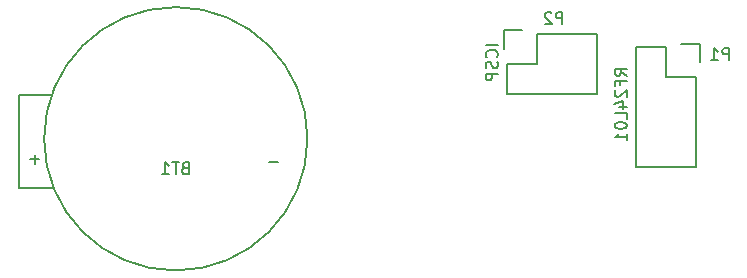
<source format=gbr>
G04 #@! TF.FileFunction,Legend,Bot*
%FSLAX46Y46*%
G04 Gerber Fmt 4.6, Leading zero omitted, Abs format (unit mm)*
G04 Created by KiCad (PCBNEW 4.0.2-4+6225~38~ubuntu14.04.1-stable) date Sat 05 Mar 2016 20:24:40 CET*
%MOMM*%
G01*
G04 APERTURE LIST*
%ADD10C,0.100000*%
%ADD11C,0.150000*%
G04 APERTURE END LIST*
D10*
D11*
X128051000Y-103488000D02*
X130801000Y-103488000D01*
X131001000Y-111338000D02*
X128051000Y-111338000D01*
X128051000Y-111338000D02*
X128051000Y-103488000D01*
X152501448Y-107188000D02*
G75*
G03X152501448Y-107188000I-11150448J0D01*
G01*
X171958000Y-98298000D02*
X177038000Y-98298000D01*
X169138000Y-98018000D02*
X169138000Y-99568000D01*
X169418000Y-100838000D02*
X171958000Y-100838000D01*
X171958000Y-100838000D02*
X171958000Y-98298000D01*
X177038000Y-98298000D02*
X177038000Y-103378000D01*
X177038000Y-103378000D02*
X171958000Y-103378000D01*
X169138000Y-98018000D02*
X170688000Y-98018000D01*
X169418000Y-103378000D02*
X169418000Y-100838000D01*
X171958000Y-103378000D02*
X169418000Y-103378000D01*
X185420000Y-101981000D02*
X185420000Y-109601000D01*
X185420000Y-109601000D02*
X180340000Y-109601000D01*
X180340000Y-109601000D02*
X180340000Y-99441000D01*
X180340000Y-99441000D02*
X182880000Y-99441000D01*
X184150000Y-99161000D02*
X185700000Y-99161000D01*
X182880000Y-99441000D02*
X182880000Y-101981000D01*
X182880000Y-101981000D02*
X185420000Y-101981000D01*
X185700000Y-99161000D02*
X185700000Y-100711000D01*
X142136714Y-109656571D02*
X141993857Y-109704190D01*
X141946238Y-109751810D01*
X141898619Y-109847048D01*
X141898619Y-109989905D01*
X141946238Y-110085143D01*
X141993857Y-110132762D01*
X142089095Y-110180381D01*
X142470048Y-110180381D01*
X142470048Y-109180381D01*
X142136714Y-109180381D01*
X142041476Y-109228000D01*
X141993857Y-109275619D01*
X141946238Y-109370857D01*
X141946238Y-109466095D01*
X141993857Y-109561333D01*
X142041476Y-109608952D01*
X142136714Y-109656571D01*
X142470048Y-109656571D01*
X141612905Y-109180381D02*
X141041476Y-109180381D01*
X141327191Y-110180381D02*
X141327191Y-109180381D01*
X140184333Y-110180381D02*
X140755762Y-110180381D01*
X140470048Y-110180381D02*
X140470048Y-109180381D01*
X140565286Y-109323238D01*
X140660524Y-109418476D01*
X140755762Y-109466095D01*
X129781952Y-108909429D02*
X129020047Y-108909429D01*
X129400999Y-109290381D02*
X129400999Y-108528476D01*
X150031952Y-109159429D02*
X149270047Y-109159429D01*
X174093095Y-97480381D02*
X174093095Y-96480381D01*
X173712142Y-96480381D01*
X173616904Y-96528000D01*
X173569285Y-96575619D01*
X173521666Y-96670857D01*
X173521666Y-96813714D01*
X173569285Y-96908952D01*
X173616904Y-96956571D01*
X173712142Y-97004190D01*
X174093095Y-97004190D01*
X173140714Y-96575619D02*
X173093095Y-96528000D01*
X172997857Y-96480381D01*
X172759761Y-96480381D01*
X172664523Y-96528000D01*
X172616904Y-96575619D01*
X172569285Y-96670857D01*
X172569285Y-96766095D01*
X172616904Y-96908952D01*
X173188333Y-97480381D01*
X172569285Y-97480381D01*
X168600381Y-99234810D02*
X167600381Y-99234810D01*
X168505143Y-100282429D02*
X168552762Y-100234810D01*
X168600381Y-100091953D01*
X168600381Y-99996715D01*
X168552762Y-99853857D01*
X168457524Y-99758619D01*
X168362286Y-99711000D01*
X168171810Y-99663381D01*
X168028952Y-99663381D01*
X167838476Y-99711000D01*
X167743238Y-99758619D01*
X167648000Y-99853857D01*
X167600381Y-99996715D01*
X167600381Y-100091953D01*
X167648000Y-100234810D01*
X167695619Y-100282429D01*
X168552762Y-100663381D02*
X168600381Y-100806238D01*
X168600381Y-101044334D01*
X168552762Y-101139572D01*
X168505143Y-101187191D01*
X168409905Y-101234810D01*
X168314667Y-101234810D01*
X168219429Y-101187191D01*
X168171810Y-101139572D01*
X168124190Y-101044334D01*
X168076571Y-100853857D01*
X168028952Y-100758619D01*
X167981333Y-100711000D01*
X167886095Y-100663381D01*
X167790857Y-100663381D01*
X167695619Y-100711000D01*
X167648000Y-100758619D01*
X167600381Y-100853857D01*
X167600381Y-101091953D01*
X167648000Y-101234810D01*
X168600381Y-101663381D02*
X167600381Y-101663381D01*
X167600381Y-102044334D01*
X167648000Y-102139572D01*
X167695619Y-102187191D01*
X167790857Y-102234810D01*
X167933714Y-102234810D01*
X168028952Y-102187191D01*
X168076571Y-102139572D01*
X168124190Y-102044334D01*
X168124190Y-101663381D01*
X188190095Y-100528381D02*
X188190095Y-99528381D01*
X187809142Y-99528381D01*
X187713904Y-99576000D01*
X187666285Y-99623619D01*
X187618666Y-99718857D01*
X187618666Y-99861714D01*
X187666285Y-99956952D01*
X187713904Y-100004571D01*
X187809142Y-100052190D01*
X188190095Y-100052190D01*
X186666285Y-100528381D02*
X187237714Y-100528381D01*
X186952000Y-100528381D02*
X186952000Y-99528381D01*
X187047238Y-99671238D01*
X187142476Y-99766476D01*
X187237714Y-99814095D01*
X179522381Y-101838429D02*
X179046190Y-101505095D01*
X179522381Y-101267000D02*
X178522381Y-101267000D01*
X178522381Y-101647953D01*
X178570000Y-101743191D01*
X178617619Y-101790810D01*
X178712857Y-101838429D01*
X178855714Y-101838429D01*
X178950952Y-101790810D01*
X178998571Y-101743191D01*
X179046190Y-101647953D01*
X179046190Y-101267000D01*
X178998571Y-102600334D02*
X178998571Y-102267000D01*
X179522381Y-102267000D02*
X178522381Y-102267000D01*
X178522381Y-102743191D01*
X178617619Y-103076524D02*
X178570000Y-103124143D01*
X178522381Y-103219381D01*
X178522381Y-103457477D01*
X178570000Y-103552715D01*
X178617619Y-103600334D01*
X178712857Y-103647953D01*
X178808095Y-103647953D01*
X178950952Y-103600334D01*
X179522381Y-103028905D01*
X179522381Y-103647953D01*
X178855714Y-104505096D02*
X179522381Y-104505096D01*
X178474762Y-104267000D02*
X179189048Y-104028905D01*
X179189048Y-104647953D01*
X179522381Y-105505096D02*
X179522381Y-105028905D01*
X178522381Y-105028905D01*
X178522381Y-106028905D02*
X178522381Y-106124144D01*
X178570000Y-106219382D01*
X178617619Y-106267001D01*
X178712857Y-106314620D01*
X178903333Y-106362239D01*
X179141429Y-106362239D01*
X179331905Y-106314620D01*
X179427143Y-106267001D01*
X179474762Y-106219382D01*
X179522381Y-106124144D01*
X179522381Y-106028905D01*
X179474762Y-105933667D01*
X179427143Y-105886048D01*
X179331905Y-105838429D01*
X179141429Y-105790810D01*
X178903333Y-105790810D01*
X178712857Y-105838429D01*
X178617619Y-105886048D01*
X178570000Y-105933667D01*
X178522381Y-106028905D01*
X179522381Y-107314620D02*
X179522381Y-106743191D01*
X179522381Y-107028905D02*
X178522381Y-107028905D01*
X178665238Y-106933667D01*
X178760476Y-106838429D01*
X178808095Y-106743191D01*
M02*

</source>
